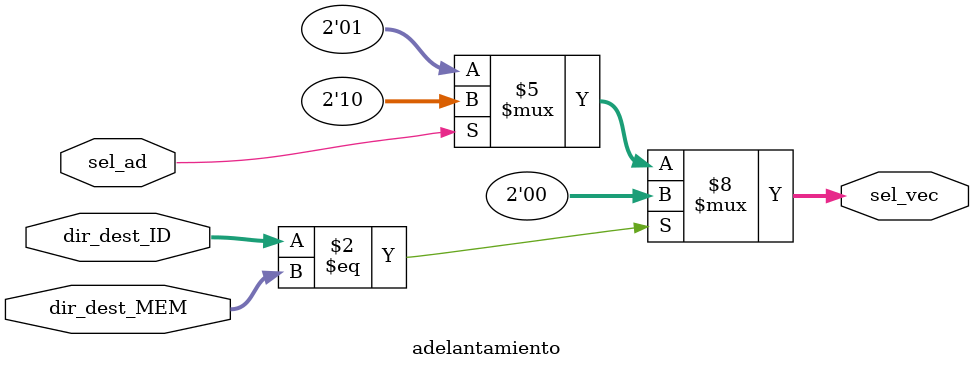
<source format=v>
module adelantamiento (
		dir_dest_ID,
		dir_dest_MEM,
		sel_ad,
		sel_vec
);

input wire [2:0] dir_dest_ID,dir_dest_MEM;
input wire sel_ad;

output reg [1:0] sel_vec;


always@*
begin
	if(dir_dest_ID==dir_dest_MEM)
		begin
		sel_vec<=2'b00;
		end
	else
		begin
			if(sel_ad==0)
			begin
				sel_vec<=2'b01;
			end
			else
			begin
				sel_vec<=2'b10;
			end
		end
end

endmodule 
</source>
